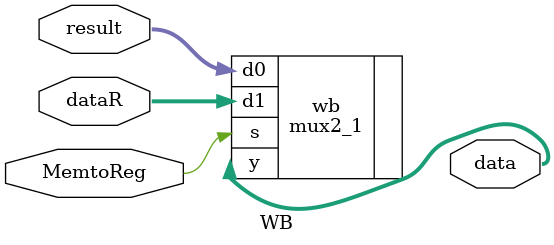
<source format=sv>
module WB(MemtoReg,dataR,data,result);
input logic MemtoReg;
input logic [31:0] dataR,result;
output logic [31:0] data;

mux2_1 wb(.s(MemtoReg),.d0(result),.d1(dataR),.y(data));

endmodule

</source>
